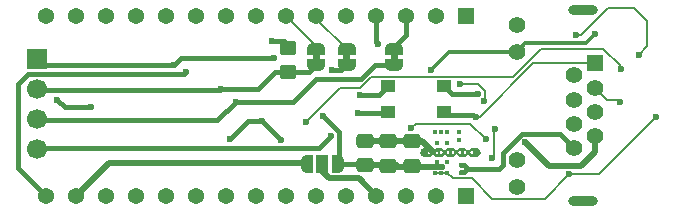
<source format=gbr>
%TF.GenerationSoftware,KiCad,Pcbnew,9.0.1*%
%TF.CreationDate,2025-09-14T13:33:30-04:00*%
%TF.ProjectId,can-nano-shield-fieldbus,63616e2d-6e61-46e6-9f2d-736869656c64,rev?*%
%TF.SameCoordinates,Original*%
%TF.FileFunction,Copper,L1,Top*%
%TF.FilePolarity,Positive*%
%FSLAX46Y46*%
G04 Gerber Fmt 4.6, Leading zero omitted, Abs format (unit mm)*
G04 Created by KiCad (PCBNEW 9.0.1) date 2025-09-14 13:33:30*
%MOMM*%
%LPD*%
G01*
G04 APERTURE LIST*
G04 Aperture macros list*
%AMRoundRect*
0 Rectangle with rounded corners*
0 $1 Rounding radius*
0 $2 $3 $4 $5 $6 $7 $8 $9 X,Y pos of 4 corners*
0 Add a 4 corners polygon primitive as box body*
4,1,4,$2,$3,$4,$5,$6,$7,$8,$9,$2,$3,0*
0 Add four circle primitives for the rounded corners*
1,1,$1+$1,$2,$3*
1,1,$1+$1,$4,$5*
1,1,$1+$1,$6,$7*
1,1,$1+$1,$8,$9*
0 Add four rect primitives between the rounded corners*
20,1,$1+$1,$2,$3,$4,$5,0*
20,1,$1+$1,$4,$5,$6,$7,0*
20,1,$1+$1,$6,$7,$8,$9,0*
20,1,$1+$1,$8,$9,$2,$3,0*%
%AMFreePoly0*
4,1,23,0.550000,-0.750000,0.000000,-0.750000,0.000000,-0.745722,-0.065263,-0.745722,-0.191342,-0.711940,-0.304381,-0.646677,-0.396677,-0.554381,-0.461940,-0.441342,-0.495722,-0.315263,-0.495722,-0.250000,-0.500000,-0.250000,-0.500000,0.250000,-0.495722,0.250000,-0.495722,0.315263,-0.461940,0.441342,-0.396677,0.554381,-0.304381,0.646677,-0.191342,0.711940,-0.065263,0.745722,0.000000,0.745722,
0.000000,0.750000,0.550000,0.750000,0.550000,-0.750000,0.550000,-0.750000,$1*%
%AMFreePoly1*
4,1,23,0.000000,0.745722,0.065263,0.745722,0.191342,0.711940,0.304381,0.646677,0.396677,0.554381,0.461940,0.441342,0.495722,0.315263,0.495722,0.250000,0.500000,0.250000,0.500000,-0.250000,0.495722,-0.250000,0.495722,-0.315263,0.461940,-0.441342,0.396677,-0.554381,0.304381,-0.646677,0.191342,-0.711940,0.065263,-0.745722,0.000000,-0.745722,0.000000,-0.750000,-0.550000,-0.750000,
-0.550000,0.750000,0.000000,0.750000,0.000000,0.745722,0.000000,0.745722,$1*%
%AMFreePoly2*
4,1,23,0.500000,-0.750000,0.000000,-0.750000,0.000000,-0.745722,-0.065263,-0.745722,-0.191342,-0.711940,-0.304381,-0.646677,-0.396677,-0.554381,-0.461940,-0.441342,-0.495722,-0.315263,-0.495722,-0.250000,-0.500000,-0.250000,-0.500000,0.250000,-0.495722,0.250000,-0.495722,0.315263,-0.461940,0.441342,-0.396677,0.554381,-0.304381,0.646677,-0.191342,0.711940,-0.065263,0.745722,0.000000,0.745722,
0.000000,0.750000,0.500000,0.750000,0.500000,-0.750000,0.500000,-0.750000,$1*%
%AMFreePoly3*
4,1,23,0.000000,0.745722,0.065263,0.745722,0.191342,0.711940,0.304381,0.646677,0.396677,0.554381,0.461940,0.441342,0.495722,0.315263,0.495722,0.250000,0.500000,0.250000,0.500000,-0.250000,0.495722,-0.250000,0.495722,-0.315263,0.461940,-0.441342,0.396677,-0.554381,0.304381,-0.646677,0.191342,-0.711940,0.065263,-0.745722,0.000000,-0.745722,0.000000,-0.750000,-0.500000,-0.750000,
-0.500000,0.750000,0.000000,0.750000,0.000000,0.745722,0.000000,0.745722,$1*%
G04 Aperture macros list end*
%TA.AperFunction,EtchedComponent*%
%ADD10C,0.000000*%
%TD*%
%TA.AperFunction,SMDPad,CuDef*%
%ADD11RoundRect,0.250000X0.475000X-0.337500X0.475000X0.337500X-0.475000X0.337500X-0.475000X-0.337500X0*%
%TD*%
%TA.AperFunction,SMDPad,CuDef*%
%ADD12FreePoly0,180.000000*%
%TD*%
%TA.AperFunction,SMDPad,CuDef*%
%ADD13R,1.000000X1.500000*%
%TD*%
%TA.AperFunction,SMDPad,CuDef*%
%ADD14FreePoly1,180.000000*%
%TD*%
%TA.AperFunction,SMDPad,CuDef*%
%ADD15FreePoly2,270.000000*%
%TD*%
%TA.AperFunction,SMDPad,CuDef*%
%ADD16FreePoly3,270.000000*%
%TD*%
%TA.AperFunction,ComponentPad*%
%ADD17R,1.400000X1.400000*%
%TD*%
%TA.AperFunction,ComponentPad*%
%ADD18C,1.400000*%
%TD*%
%TA.AperFunction,ComponentPad*%
%ADD19O,2.500000X0.800000*%
%TD*%
%TA.AperFunction,ComponentPad*%
%ADD20R,1.370000X1.370000*%
%TD*%
%TA.AperFunction,ComponentPad*%
%ADD21C,1.370000*%
%TD*%
%TA.AperFunction,SMDPad,CuDef*%
%ADD22RoundRect,0.250000X-0.450000X0.350000X-0.450000X-0.350000X0.450000X-0.350000X0.450000X0.350000X0*%
%TD*%
%TA.AperFunction,SMDPad,CuDef*%
%ADD23R,1.219200X0.990600*%
%TD*%
%TA.AperFunction,ComponentPad*%
%ADD24C,0.400000*%
%TD*%
%TA.AperFunction,ComponentPad*%
%ADD25R,1.700000X1.700000*%
%TD*%
%TA.AperFunction,ComponentPad*%
%ADD26C,1.700000*%
%TD*%
%TA.AperFunction,ViaPad*%
%ADD27C,0.600000*%
%TD*%
%TA.AperFunction,Conductor*%
%ADD28C,0.400000*%
%TD*%
%TA.AperFunction,Conductor*%
%ADD29C,0.500000*%
%TD*%
%TA.AperFunction,Conductor*%
%ADD30C,0.300000*%
%TD*%
%TA.AperFunction,Conductor*%
%ADD31C,0.200000*%
%TD*%
G04 APERTURE END LIST*
D10*
%TA.AperFunction,EtchedComponent*%
%TO.C,JP2*%
G36*
X139000000Y-88450000D02*
G01*
X138400000Y-88450000D01*
X138400000Y-87950000D01*
X139000000Y-87950000D01*
X139000000Y-88450000D01*
G37*
%TD.AperFunction*%
%TA.AperFunction,EtchedComponent*%
%TO.C,JP3*%
G36*
X141575000Y-88450000D02*
G01*
X140975000Y-88450000D01*
X140975000Y-87950000D01*
X141575000Y-87950000D01*
X141575000Y-88450000D01*
G37*
%TD.AperFunction*%
%TA.AperFunction,EtchedComponent*%
%TO.C,JP4*%
G36*
X145600000Y-88425000D02*
G01*
X145000000Y-88425000D01*
X145000000Y-87925000D01*
X145600000Y-87925000D01*
X145600000Y-88425000D01*
G37*
%TD.AperFunction*%
%TD*%
D11*
%TO.P,C9,1*%
%TO.N,VCC*%
X142780000Y-97367500D03*
%TO.P,C9,2*%
%TO.N,GND*%
X142780000Y-95292500D03*
%TD*%
D12*
%TO.P,JP1,1,A*%
%TO.N,VCC*%
X140490000Y-97212500D03*
D13*
%TO.P,JP1,2,C*%
%TO.N,+5V*%
X139190000Y-97212500D03*
D14*
%TO.P,JP1,3,B*%
%TO.N,+3V3*%
X137890000Y-97212500D03*
%TD*%
D15*
%TO.P,JP2,1,A*%
%TO.N,/CAN_CS_DEFAULT*%
X138700000Y-87550000D03*
D16*
%TO.P,JP2,2,B*%
%TO.N,/CAN_CS*%
X138700000Y-88850000D03*
%TD*%
D15*
%TO.P,JP3,1,A*%
%TO.N,/CAN_INT_DEFAULT*%
X141275000Y-87550000D03*
D16*
%TO.P,JP3,2,B*%
%TO.N,/~{CAN_INT}*%
X141275000Y-88850000D03*
%TD*%
D17*
%TO.P,J4,1*%
%TO.N,/CAN_H*%
X162260000Y-88730000D03*
D18*
%TO.P,J4,2*%
%TO.N,/CAN_L*%
X160480000Y-89750000D03*
%TO.P,J4,3*%
%TO.N,GND*%
X162260000Y-90770000D03*
%TO.P,J4,4*%
X160480000Y-91790000D03*
%TO.P,J4,5*%
%TO.N,/CAN_ESTOP*%
X162260000Y-92810000D03*
%TO.P,J4,6*%
%TO.N,/CAN_SHLD*%
X160480000Y-93830000D03*
%TO.P,J4,7*%
%TO.N,GND*%
X162260000Y-94850000D03*
%TO.P,J4,8*%
%TO.N,/CAN_V+*%
X160480000Y-95870000D03*
%TO.P,J4,9*%
%TO.N,GND*%
X155660000Y-99160000D03*
%TO.P,J4,10*%
%TO.N,/LED_PWR*%
X155660000Y-96870000D03*
%TO.P,J4,11*%
%TO.N,GND*%
X155660000Y-87730000D03*
%TO.P,J4,12*%
%TO.N,/LED_TX*%
X155660000Y-85440000D03*
D19*
%TO.P,J4,13*%
%TO.N,N/C*%
X161240000Y-84200000D03*
%TO.P,J4,14*%
X161240000Y-100400000D03*
%TD*%
D20*
%TO.P,J2,01,01*%
%TO.N,unconnected-(J2-Pad01)*%
X151400000Y-99930000D03*
D21*
%TO.P,J2,02,02*%
%TO.N,GND*%
X148860000Y-99930000D03*
%TO.P,J2,03,03*%
%TO.N,/RST2*%
X146320000Y-99930000D03*
%TO.P,J2,04,04*%
%TO.N,+5V*%
X143780000Y-99930000D03*
%TO.P,J2,05,05*%
%TO.N,/A7*%
X141240000Y-99930000D03*
%TO.P,J2,06,06*%
%TO.N,/A6*%
X138700000Y-99930000D03*
%TO.P,J2,07,07*%
%TO.N,/A5*%
X136160000Y-99930000D03*
%TO.P,J2,08,08*%
%TO.N,/A4*%
X133620000Y-99930000D03*
%TO.P,J2,09,09*%
%TO.N,/A3*%
X131080000Y-99930000D03*
%TO.P,J2,10,10*%
%TO.N,/A2*%
X128540000Y-99930000D03*
%TO.P,J2,11,11*%
%TO.N,/A1*%
X126000000Y-99930000D03*
%TO.P,J2,12,12*%
%TO.N,/A0*%
X123460000Y-99930000D03*
%TO.P,J2,13,13*%
%TO.N,/AREF*%
X120920000Y-99930000D03*
%TO.P,J2,14,14*%
%TO.N,+3V3*%
X118380000Y-99930000D03*
%TO.P,J2,15,15*%
%TO.N,/SCK*%
X115840000Y-99930000D03*
%TD*%
D22*
%TO.P,R1,1*%
%TO.N,VCC*%
X136325000Y-87425000D03*
%TO.P,R1,2*%
%TO.N,/CAN_CS*%
X136325000Y-89425000D03*
%TD*%
D11*
%TO.P,C11,1*%
%TO.N,VCC*%
X146760000Y-97377500D03*
%TO.P,C11,2*%
%TO.N,GND*%
X146760000Y-95302500D03*
%TD*%
D15*
%TO.P,JP4,1,A*%
%TO.N,/RST1*%
X145300000Y-87525000D03*
D16*
%TO.P,JP4,2,B*%
%TO.N,/CAN_RESET*%
X145300000Y-88825000D03*
%TD*%
D11*
%TO.P,C10,1*%
%TO.N,VCC*%
X144780000Y-97377500D03*
%TO.P,C10,2*%
%TO.N,GND*%
X144780000Y-95302500D03*
%TD*%
D23*
%TO.P,T1,1,1*%
%TO.N,/CAN_H_IN*%
X144781000Y-92875000D03*
%TO.P,T1,2,2*%
%TO.N,/CAN_H*%
X149480000Y-92875000D03*
%TO.P,T1,3,3*%
%TO.N,/CAN_L*%
X149480000Y-90675000D03*
%TO.P,T1,4,4*%
%TO.N,/CAN_L_IN*%
X144781000Y-90675000D03*
%TD*%
D20*
%TO.P,J1,01,01*%
%TO.N,/D1*%
X151405000Y-84700000D03*
D21*
%TO.P,J1,02,02*%
%TO.N,/D0*%
X148865000Y-84700000D03*
%TO.P,J1,03,03*%
%TO.N,/RST1*%
X146325000Y-84700000D03*
%TO.P,J1,04,04*%
%TO.N,GND*%
X143785000Y-84700000D03*
%TO.P,J1,05,05*%
%TO.N,/ESTOP*%
X141245000Y-84700000D03*
%TO.P,J1,06,06*%
%TO.N,/CAN_INT_DEFAULT*%
X138705000Y-84700000D03*
%TO.P,J1,07,07*%
%TO.N,/CAN_CS_DEFAULT*%
X136165000Y-84700000D03*
%TO.P,J1,08,08*%
%TO.N,/D5*%
X133625000Y-84700000D03*
%TO.P,J1,09,09*%
%TO.N,/D6*%
X131085000Y-84700000D03*
%TO.P,J1,10,10*%
%TO.N,/D7*%
X128545000Y-84700000D03*
%TO.P,J1,11,11*%
%TO.N,/D8*%
X126005000Y-84700000D03*
%TO.P,J1,12,12*%
%TO.N,/D9*%
X123465000Y-84700000D03*
%TO.P,J1,13,13*%
%TO.N,/D10*%
X120925000Y-84700000D03*
%TO.P,J1,14,14*%
%TO.N,/MOSI*%
X118385000Y-84700000D03*
%TO.P,J1,15,15*%
%TO.N,/MISO*%
X115845000Y-84700000D03*
%TD*%
D24*
%TO.P,U3,3_1*%
%TO.N,/CAN_V+*%
X150980000Y-97989000D03*
%TO.P,U3,3_2*%
X150980000Y-97310000D03*
%TO.P,U3,4_1*%
%TO.N,VCC*%
X149780000Y-97990000D03*
%TO.P,U3,4_2*%
X149280000Y-97990000D03*
%TO.P,U3,4_3*%
X148780000Y-97990000D03*
%TO.P,U3,4_4*%
X149740000Y-97040000D03*
%TO.P,U3,4_5*%
X148920000Y-97040000D03*
%TO.P,U3,5_1*%
%TO.N,Net-(U3-SW-Pad5)*%
X149780000Y-94530000D03*
%TO.P,U3,5_2*%
X149280000Y-94530000D03*
%TO.P,U3,5_3*%
X148780000Y-94530000D03*
%TO.P,U3,5_4*%
X149740000Y-95480000D03*
%TO.P,U3,5_5*%
X148920000Y-95480000D03*
%TO.P,U3,6_1*%
X150780000Y-95209000D03*
%TO.P,U3,6_2*%
X150780000Y-94530000D03*
%TO.P,U3,10_2*%
%TO.N,GND*%
X151560000Y-96260000D03*
%TO.P,U3,10_3*%
X150560000Y-96260000D03*
%TO.P,U3,10_4*%
X149560000Y-96260000D03*
%TO.P,U3,10_5*%
X148560000Y-96260000D03*
%TD*%
D25*
%TO.P,J3,1,Pin_1*%
%TO.N,/~{CAN_INT}*%
X115025000Y-88375000D03*
D26*
%TO.P,J3,2,Pin_2*%
%TO.N,/CAN_CS*%
X115025000Y-90915000D03*
%TO.P,J3,3,Pin_3*%
%TO.N,/CAN_RESET*%
X115025000Y-93455000D03*
%TO.P,J3,4,Pin_4*%
%TO.N,/SILENT*%
X115025000Y-95995000D03*
%TD*%
D27*
%TO.N,GND*%
X131375000Y-95100000D03*
X135725000Y-95175000D03*
X143919347Y-87045000D03*
X152931303Y-91943052D03*
X148420000Y-89278700D03*
X119590000Y-92430000D03*
X150825000Y-90478700D03*
X162290000Y-86230000D03*
X156392831Y-95392831D03*
X134125000Y-93575000D03*
X116780000Y-91820000D03*
X164370000Y-92030000D03*
%TO.N,/CAN_H*%
X152210000Y-93260000D03*
%TO.N,/CAN_L*%
X152350000Y-91330000D03*
%TO.N,/SILENT*%
X139925000Y-94875000D03*
%TO.N,/CAN_CS*%
X130650000Y-90875000D03*
%TO.N,/~{CAN_INT}*%
X140000000Y-89300000D03*
X126610000Y-88875000D03*
X135150000Y-88300000D03*
%TO.N,/CAN_RESET*%
X131862500Y-91987500D03*
%TO.N,/SCK*%
X127700000Y-89450000D03*
%TO.N,/CAN_TX*%
X137837500Y-93712500D03*
X164501000Y-89230000D03*
%TO.N,/CAN_H_IN*%
X142245000Y-92945000D03*
%TO.N,/CAN_L_IN*%
X142362500Y-91437500D03*
%TO.N,Net-(Q1-S)*%
X160710000Y-86360000D03*
X165980000Y-88020000D03*
%TO.N,VCC*%
X167448870Y-93277355D03*
X134950000Y-86850000D03*
X160100000Y-98125000D03*
X139250000Y-93175000D03*
X145190000Y-97365000D03*
X149335000Y-97460000D03*
%TO.N,Net-(U3-FB)*%
X153037500Y-95152500D03*
X146730000Y-94215000D03*
%TO.N,Net-(U3-RT)*%
X153850000Y-94262500D03*
X153600000Y-96740000D03*
%TD*%
D28*
%TO.N,/RST1*%
X146325000Y-84690000D02*
X146325000Y-86325000D01*
X145300000Y-87350000D02*
X145300000Y-87525000D01*
X146325000Y-86325000D02*
X145300000Y-87350000D01*
D29*
%TO.N,+3V3*%
X137890000Y-97212500D02*
X137852500Y-97175000D01*
X121135000Y-97175000D02*
X118380000Y-99930000D01*
X137852500Y-97175000D02*
X121135000Y-97175000D01*
D30*
%TO.N,GND*%
X149968700Y-87730000D02*
X148420000Y-89278700D01*
D28*
X143785000Y-84700000D02*
X143785000Y-86910653D01*
D31*
X152951000Y-91923355D02*
X152931303Y-91943052D01*
D29*
X158375000Y-97375000D02*
X161125000Y-97375000D01*
D31*
X163300000Y-91810000D02*
X162260000Y-90770000D01*
D28*
X117390000Y-92430000D02*
X116780000Y-91820000D01*
D31*
X150825000Y-90478700D02*
X152348643Y-90478700D01*
D30*
X161509000Y-87011000D02*
X162290000Y-86230000D01*
D29*
X161125000Y-97375000D02*
X162260000Y-96240000D01*
X147625000Y-95275000D02*
X145537500Y-95275000D01*
D30*
X155660000Y-87730000D02*
X156379000Y-87011000D01*
D29*
X156392831Y-95392831D02*
X158375000Y-97375000D01*
D30*
X156379000Y-87011000D02*
X161509000Y-87011000D01*
D29*
X162260000Y-96240000D02*
X162260000Y-94850000D01*
X148560000Y-96260000D02*
X148560000Y-96210000D01*
D31*
X164370000Y-92030000D02*
X164150000Y-91810000D01*
X164150000Y-91810000D02*
X163300000Y-91810000D01*
D29*
X145537500Y-95275000D02*
X145525000Y-95262500D01*
D31*
X152348643Y-90478700D02*
X152951000Y-91081057D01*
D29*
X148560000Y-96210000D02*
X147625000Y-95275000D01*
D28*
X135725000Y-95175000D02*
X134125000Y-93575000D01*
D30*
X155660000Y-87730000D02*
X149968700Y-87730000D01*
D31*
X152951000Y-91081057D02*
X152951000Y-91923355D01*
D28*
X143785000Y-86910653D02*
X143919347Y-87045000D01*
X132900000Y-93575000D02*
X134125000Y-93575000D01*
X131375000Y-95100000D02*
X132900000Y-93575000D01*
D29*
X145525000Y-95262500D02*
X142810000Y-95262500D01*
D28*
X119590000Y-92430000D02*
X117390000Y-92430000D01*
D29*
X142810000Y-95262500D02*
X142780000Y-95292500D01*
%TO.N,+5V*%
X142268500Y-98418500D02*
X142275000Y-98425000D01*
X139190000Y-97857384D02*
X139751116Y-98418500D01*
X139190000Y-97212500D02*
X139190000Y-97857384D01*
X139751116Y-98418500D02*
X142268500Y-98418500D01*
X142275000Y-98425000D02*
X143780000Y-99930000D01*
D28*
X143755000Y-99930000D02*
X143785000Y-99930000D01*
%TO.N,/ESTOP*%
X141275000Y-84720000D02*
X141245000Y-84690000D01*
D31*
%TO.N,/CAN_CS_DEFAULT*%
X136165000Y-84700000D02*
X138700000Y-87235000D01*
D28*
X138700000Y-87550000D02*
X138750000Y-87500000D01*
D31*
X138700000Y-87235000D02*
X138700000Y-87550000D01*
D28*
%TO.N,/CAN_INT_DEFAULT*%
X141245000Y-87270000D02*
X141275000Y-87300000D01*
D31*
X141275000Y-87550000D02*
X138705000Y-84980000D01*
D28*
X138750000Y-84735000D02*
X138705000Y-84690000D01*
D31*
X138705000Y-84980000D02*
X138705000Y-84700000D01*
%TO.N,/CAN_H*%
X152534918Y-93275000D02*
X157079918Y-88730000D01*
X152225000Y-93275000D02*
X152534918Y-93275000D01*
D28*
X152180000Y-93260000D02*
X151995000Y-93075000D01*
D31*
X152210000Y-93260000D02*
X152225000Y-93275000D01*
D28*
X149680000Y-93075000D02*
X149480000Y-92875000D01*
X152210000Y-93260000D02*
X152180000Y-93260000D01*
D31*
X157079918Y-88730000D02*
X162260000Y-88730000D01*
D28*
X151995000Y-93075000D02*
X149680000Y-93075000D01*
%TO.N,/CAN_L*%
X152330000Y-91350000D02*
X150155000Y-91350000D01*
X152350000Y-91330000D02*
X152330000Y-91350000D01*
X150155000Y-91350000D02*
X149480000Y-90675000D01*
%TO.N,/SILENT*%
X115120000Y-95900000D02*
X115025000Y-95995000D01*
X139925000Y-94875000D02*
X138900000Y-95900000D01*
X138900000Y-95900000D02*
X115120000Y-95900000D01*
%TO.N,/CAN_CS*%
X135162500Y-89462500D02*
X138087500Y-89462500D01*
X115025000Y-90915000D02*
X115130000Y-91020000D01*
X138087500Y-89462500D02*
X138750000Y-88800000D01*
X115130000Y-91020000D02*
X130505000Y-91020000D01*
X130650000Y-90875000D02*
X133750000Y-90875000D01*
X130505000Y-91020000D02*
X130650000Y-90875000D01*
X133750000Y-90875000D02*
X135162500Y-89462500D01*
%TO.N,/~{CAN_INT}*%
X115525000Y-88875000D02*
X115025000Y-88375000D01*
X126610000Y-88875000D02*
X115525000Y-88875000D01*
X140000000Y-89300000D02*
X140825000Y-89300000D01*
X126610000Y-88875000D02*
X126650000Y-88875000D01*
X126650000Y-88875000D02*
X127225000Y-88300000D01*
X127225000Y-88300000D02*
X135150000Y-88300000D01*
X140825000Y-89300000D02*
X141275000Y-88850000D01*
%TO.N,/CAN_RESET*%
X138636500Y-90063500D02*
X136712500Y-91987500D01*
X142436500Y-90063500D02*
X138636500Y-90063500D01*
X115130000Y-93560000D02*
X115025000Y-93455000D01*
X143675000Y-88825000D02*
X142436500Y-90063500D01*
X131862500Y-91987500D02*
X130290000Y-93560000D01*
X145300000Y-88825000D02*
X143675000Y-88825000D01*
X130290000Y-93560000D02*
X115130000Y-93560000D01*
X136712500Y-91987500D02*
X131862500Y-91987500D01*
%TO.N,/SCK*%
X127700000Y-89450000D02*
X127500000Y-89650000D01*
X113475000Y-97560000D02*
X115845000Y-99930000D01*
X114300000Y-89650000D02*
X113475000Y-90475000D01*
X113475000Y-90475000D02*
X113475000Y-97560000D01*
X127500000Y-89650000D02*
X114300000Y-89650000D01*
D31*
%TO.N,/CAN_TX*%
X164501000Y-89230000D02*
X164501000Y-88969000D01*
X163002000Y-87470000D02*
X157755000Y-87470000D01*
X155346300Y-89878700D02*
X143329820Y-89878700D01*
X140713500Y-90836500D02*
X137837500Y-93712500D01*
X164501000Y-88969000D02*
X163002000Y-87470000D01*
X142372020Y-90836500D02*
X140713500Y-90836500D01*
X143329820Y-89878700D02*
X142372020Y-90836500D01*
X157755000Y-87470000D02*
X155346300Y-89878700D01*
D28*
%TO.N,/CAN_H_IN*%
X142245000Y-92945000D02*
X144711000Y-92945000D01*
X144711000Y-92945000D02*
X144781000Y-92875000D01*
%TO.N,/CAN_L_IN*%
X144018500Y-91437500D02*
X144781000Y-90675000D01*
X142362500Y-91437500D02*
X144018500Y-91437500D01*
%TO.N,/CAN_V+*%
X150980000Y-97310000D02*
X151160001Y-97310000D01*
X151161000Y-97949000D02*
X150980000Y-97949000D01*
X154475000Y-97350000D02*
X154475000Y-96319298D01*
X151500001Y-97650000D02*
X154175000Y-97650000D01*
X151160001Y-97310000D02*
X151500001Y-97650000D01*
X154475000Y-96319298D02*
X156102467Y-94691831D01*
X156102467Y-94691831D02*
X159301831Y-94691831D01*
X151500001Y-97650000D02*
X151460000Y-97650000D01*
X151460000Y-97650000D02*
X151161000Y-97949000D01*
X159301831Y-94691831D02*
X160480000Y-95870000D01*
X154175000Y-97650000D02*
X154475000Y-97350000D01*
D31*
%TO.N,Net-(Q1-S)*%
X165597775Y-84024000D02*
X163402338Y-84024000D01*
X166726000Y-85152225D02*
X165597775Y-84024000D01*
X161066338Y-86360000D02*
X160710000Y-86360000D01*
X166726000Y-87274000D02*
X166726000Y-85152225D01*
X165980000Y-88020000D02*
X166726000Y-87274000D01*
X163402338Y-84024000D02*
X161066338Y-86360000D01*
D29*
%TO.N,VCC*%
X145525000Y-97337500D02*
X142810000Y-97337500D01*
D31*
X160095000Y-98125000D02*
X160100000Y-98125000D01*
X149780000Y-97990000D02*
X150240000Y-98450000D01*
D29*
X149275000Y-97520000D02*
X145347500Y-97520000D01*
D28*
X139250000Y-93175000D02*
X140630000Y-94555000D01*
X140630000Y-97072500D02*
X140490000Y-97212500D01*
D29*
X142810000Y-97337500D02*
X142780000Y-97367500D01*
D28*
X136325000Y-87225000D02*
X136325000Y-87387500D01*
X140630000Y-94555000D02*
X140630000Y-97072500D01*
D31*
X150240000Y-98450000D02*
X151875000Y-98450000D01*
D29*
X145192500Y-97365000D02*
X145190000Y-97365000D01*
D31*
X167448870Y-93277355D02*
X162601225Y-98125000D01*
D28*
X135950000Y-86850000D02*
X136325000Y-87225000D01*
X142780000Y-97367500D02*
X142632500Y-97220000D01*
X134950000Y-86850000D02*
X135950000Y-86850000D01*
D31*
X149780000Y-97990000D02*
X148780000Y-97990000D01*
X153600000Y-100175000D02*
X158045000Y-100175000D01*
D29*
X149335000Y-97460000D02*
X149275000Y-97520000D01*
X145195000Y-97337500D02*
X145525000Y-97337500D01*
D31*
X162601225Y-98125000D02*
X160100000Y-98125000D01*
X151875000Y-98450000D02*
X153600000Y-100175000D01*
D28*
X142632500Y-97220000D02*
X140497500Y-97220000D01*
D29*
X145347500Y-97520000D02*
X145192500Y-97365000D01*
D31*
X158045000Y-100175000D02*
X160095000Y-98125000D01*
D29*
X145190000Y-97365000D02*
X145190000Y-97342500D01*
X145190000Y-97342500D02*
X145195000Y-97337500D01*
D28*
X140497500Y-97220000D02*
X140490000Y-97212500D01*
D31*
%TO.N,Net-(U3-FB)*%
X147115000Y-93830000D02*
X146730000Y-94215000D01*
X153037500Y-95152500D02*
X151715001Y-93830000D01*
X151715001Y-93830000D02*
X147115000Y-93830000D01*
%TO.N,Net-(U3-RT)*%
X153775001Y-94337499D02*
X153850000Y-94262500D01*
X153600000Y-96740000D02*
X153600000Y-96634534D01*
X153600000Y-96634534D02*
X153775001Y-96459533D01*
X153775001Y-96459533D02*
X153775001Y-94337499D01*
%TD*%
%TA.AperFunction,Conductor*%
%TO.N,GND*%
G36*
X148310752Y-95868907D02*
G01*
X148320661Y-95882545D01*
X148322315Y-95880892D01*
X148551423Y-96110000D01*
X148530163Y-96110000D01*
X148475032Y-96132836D01*
X148432836Y-96175032D01*
X148410000Y-96230163D01*
X148410000Y-96251423D01*
X148215414Y-96056837D01*
X148187260Y-96105603D01*
X148160000Y-96207340D01*
X148160000Y-96312659D01*
X148187259Y-96414393D01*
X148215415Y-96463161D01*
X148410000Y-96268576D01*
X148410000Y-96289837D01*
X148432836Y-96344968D01*
X148475032Y-96387164D01*
X148530163Y-96410000D01*
X148551421Y-96410000D01*
X148342631Y-96618789D01*
X148340879Y-96628242D01*
X148296496Y-96670357D01*
X148253878Y-96680000D01*
X147922791Y-96680000D01*
X147907304Y-96678781D01*
X147802246Y-96662141D01*
X147772788Y-96652570D01*
X147685041Y-96607861D01*
X147659982Y-96589655D01*
X147590344Y-96520017D01*
X147572138Y-96494958D01*
X147531090Y-96414396D01*
X147527428Y-96407208D01*
X147517859Y-96377759D01*
X147502452Y-96280480D01*
X147502452Y-96249519D01*
X147517859Y-96152242D01*
X147527427Y-96122793D01*
X147572141Y-96035036D01*
X147590341Y-96009985D01*
X147659985Y-95940341D01*
X147685036Y-95922141D01*
X147772793Y-95877427D01*
X147802240Y-95867859D01*
X147907304Y-95851219D01*
X147922791Y-95850000D01*
X148252561Y-95850000D01*
X148310752Y-95868907D01*
G37*
%TD.AperFunction*%
%TA.AperFunction,Conductor*%
G36*
X149310752Y-95868907D02*
G01*
X149320661Y-95882545D01*
X149322315Y-95880892D01*
X149551423Y-96110000D01*
X149530163Y-96110000D01*
X149475032Y-96132836D01*
X149432836Y-96175032D01*
X149410000Y-96230163D01*
X149410000Y-96251423D01*
X149215414Y-96056837D01*
X149187260Y-96105603D01*
X149160000Y-96207340D01*
X149160000Y-96312659D01*
X149187259Y-96414393D01*
X149215415Y-96463161D01*
X149410000Y-96268576D01*
X149410000Y-96289837D01*
X149432836Y-96344968D01*
X149475032Y-96387164D01*
X149530163Y-96410000D01*
X149551421Y-96410000D01*
X149342631Y-96618789D01*
X149340879Y-96628242D01*
X149296496Y-96670357D01*
X149253878Y-96680000D01*
X148866121Y-96680000D01*
X148807930Y-96661093D01*
X148776737Y-96618160D01*
X148568577Y-96410000D01*
X148589837Y-96410000D01*
X148644968Y-96387164D01*
X148687164Y-96344968D01*
X148710000Y-96289837D01*
X148710000Y-96268577D01*
X148904584Y-96463161D01*
X148932739Y-96414396D01*
X148960000Y-96312659D01*
X148960000Y-96207340D01*
X148932739Y-96105601D01*
X148904585Y-96056837D01*
X148904584Y-96056836D01*
X148710000Y-96251420D01*
X148710000Y-96230163D01*
X148687164Y-96175032D01*
X148644968Y-96132836D01*
X148589837Y-96110000D01*
X148568577Y-96110000D01*
X148797684Y-95880893D01*
X148799993Y-95883202D01*
X148824799Y-95859653D01*
X148867438Y-95850000D01*
X149252561Y-95850000D01*
X149310752Y-95868907D01*
G37*
%TD.AperFunction*%
%TA.AperFunction,Conductor*%
G36*
X150310752Y-95868907D02*
G01*
X150320661Y-95882545D01*
X150322315Y-95880892D01*
X150551423Y-96110000D01*
X150530163Y-96110000D01*
X150475032Y-96132836D01*
X150432836Y-96175032D01*
X150410000Y-96230163D01*
X150410000Y-96251423D01*
X150215414Y-96056837D01*
X150187260Y-96105603D01*
X150160000Y-96207340D01*
X150160000Y-96312659D01*
X150187259Y-96414393D01*
X150215415Y-96463161D01*
X150410000Y-96268576D01*
X150410000Y-96289837D01*
X150432836Y-96344968D01*
X150475032Y-96387164D01*
X150530163Y-96410000D01*
X150551421Y-96410000D01*
X150342631Y-96618789D01*
X150340879Y-96628242D01*
X150296496Y-96670357D01*
X150253878Y-96680000D01*
X149866121Y-96680000D01*
X149807930Y-96661093D01*
X149776737Y-96618160D01*
X149568577Y-96410000D01*
X149589837Y-96410000D01*
X149644968Y-96387164D01*
X149687164Y-96344968D01*
X149710000Y-96289837D01*
X149710000Y-96268577D01*
X149904584Y-96463161D01*
X149932739Y-96414396D01*
X149960000Y-96312659D01*
X149960000Y-96207340D01*
X149932739Y-96105601D01*
X149904585Y-96056837D01*
X149904584Y-96056836D01*
X149710000Y-96251420D01*
X149710000Y-96230163D01*
X149687164Y-96175032D01*
X149644968Y-96132836D01*
X149589837Y-96110000D01*
X149568577Y-96110000D01*
X149797684Y-95880893D01*
X149799993Y-95883202D01*
X149824799Y-95859653D01*
X149867438Y-95850000D01*
X150252561Y-95850000D01*
X150310752Y-95868907D01*
G37*
%TD.AperFunction*%
%TA.AperFunction,Conductor*%
G36*
X151310752Y-95868907D02*
G01*
X151320661Y-95882545D01*
X151322315Y-95880892D01*
X151551423Y-96110000D01*
X151530163Y-96110000D01*
X151475032Y-96132836D01*
X151432836Y-96175032D01*
X151410000Y-96230163D01*
X151410000Y-96251423D01*
X151215414Y-96056837D01*
X151187260Y-96105603D01*
X151160000Y-96207340D01*
X151160000Y-96312659D01*
X151187259Y-96414393D01*
X151215415Y-96463161D01*
X151410000Y-96268576D01*
X151410000Y-96289837D01*
X151432836Y-96344968D01*
X151475032Y-96387164D01*
X151530163Y-96410000D01*
X151551421Y-96410000D01*
X151342631Y-96618789D01*
X151340879Y-96628242D01*
X151296496Y-96670357D01*
X151253878Y-96680000D01*
X150866121Y-96680000D01*
X150807930Y-96661093D01*
X150776737Y-96618160D01*
X150568577Y-96410000D01*
X150589837Y-96410000D01*
X150644968Y-96387164D01*
X150687164Y-96344968D01*
X150710000Y-96289837D01*
X150710000Y-96268577D01*
X150904584Y-96463161D01*
X150932739Y-96414396D01*
X150960000Y-96312659D01*
X150960000Y-96207340D01*
X150932739Y-96105601D01*
X150904585Y-96056837D01*
X150904584Y-96056836D01*
X150710000Y-96251420D01*
X150710000Y-96230163D01*
X150687164Y-96175032D01*
X150644968Y-96132836D01*
X150589837Y-96110000D01*
X150568577Y-96110000D01*
X150797684Y-95880893D01*
X150799993Y-95883202D01*
X150824799Y-95859653D01*
X150867438Y-95850000D01*
X151252561Y-95850000D01*
X151310752Y-95868907D01*
G37*
%TD.AperFunction*%
%TA.AperFunction,Conductor*%
G36*
X152192696Y-95851219D02*
G01*
X152297757Y-95867859D01*
X152327208Y-95877428D01*
X152414960Y-95922139D01*
X152440017Y-95940344D01*
X152509655Y-96009982D01*
X152527861Y-96035041D01*
X152572570Y-96122788D01*
X152582141Y-96152246D01*
X152597547Y-96249513D01*
X152597547Y-96280488D01*
X152582141Y-96377754D01*
X152572570Y-96407211D01*
X152527861Y-96494958D01*
X152509655Y-96520017D01*
X152440017Y-96589655D01*
X152414958Y-96607861D01*
X152327211Y-96652570D01*
X152297754Y-96662141D01*
X152245882Y-96670357D01*
X152192695Y-96678781D01*
X152177209Y-96680000D01*
X151866121Y-96680000D01*
X151807930Y-96661093D01*
X151776737Y-96618160D01*
X151568577Y-96410000D01*
X151589837Y-96410000D01*
X151644968Y-96387164D01*
X151687164Y-96344968D01*
X151710000Y-96289837D01*
X151710000Y-96268577D01*
X151904584Y-96463161D01*
X151932739Y-96414396D01*
X151960000Y-96312659D01*
X151960000Y-96207340D01*
X151932739Y-96105601D01*
X151904585Y-96056837D01*
X151904584Y-96056836D01*
X151710000Y-96251420D01*
X151710000Y-96230163D01*
X151687164Y-96175032D01*
X151644968Y-96132836D01*
X151589837Y-96110000D01*
X151568577Y-96110000D01*
X151797684Y-95880893D01*
X151799993Y-95883202D01*
X151824799Y-95859653D01*
X151867438Y-95850000D01*
X152177209Y-95850000D01*
X152192696Y-95851219D01*
G37*
%TD.AperFunction*%
%TD*%
M02*

</source>
